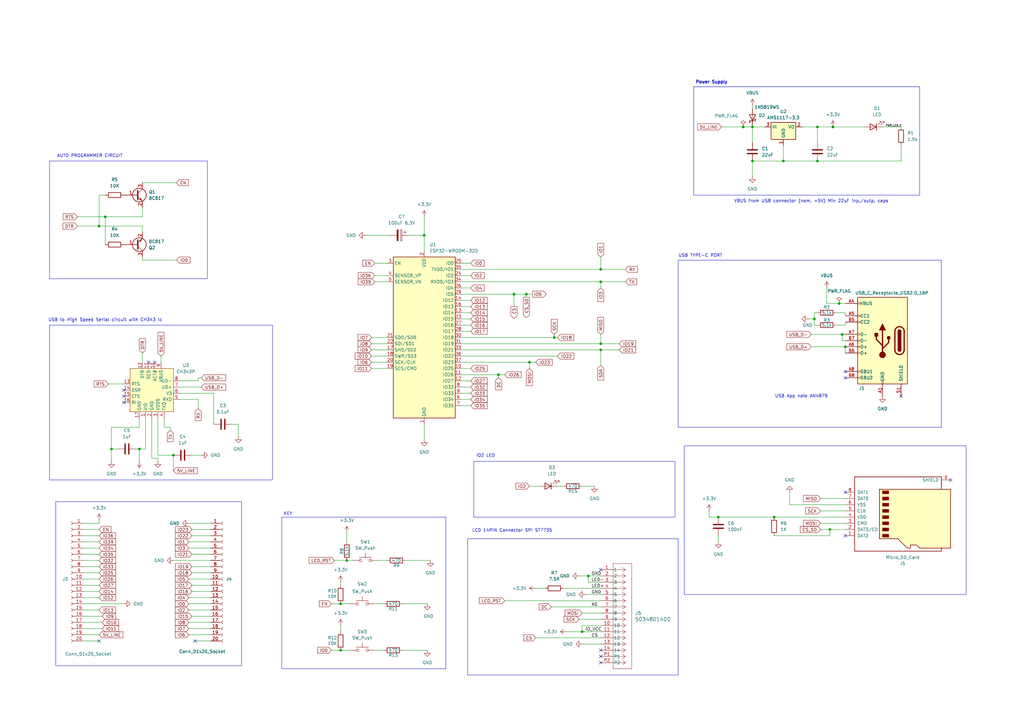
<source format=kicad_sch>
(kicad_sch (version 20231120) (generator "eeschema") (generator_version "8.0")
  (paper "A3")
  (lib_symbols
    (symbol "2024-07-18_18-58-23:5034801400" (pin_names (offset 0.254))
      (property "Reference" "J6" (at 13.97 -17.7799 0))
      (property "Value" "5034801400" (at 13.97 -20.3199 0))
      (symbol "5034801400_1_1"
        (pin input line (at 0 0 0) (length 5.08) (name "1") (number "1"))
        (pin input line (at 0 -22.86 0) (length 5.08) (name "10") (number "10"))
        (pin input line (at 0 -25.4 0) (length 5.08) (name "11") (number "11"))
        (pin input line (at 0 -27.94 0) (length 5.08) (name "12") (number "12"))
        (pin input line (at 0 -30.48 0) (length 5.08) (name "13") (number "13"))
        (pin input line (at 0 -33.02 0) (length 5.08) (name "14") (number "14"))
        (pin input line (at 0 -2.54 0) (length 5.08) (name "2") (number "2"))
        (pin input line (at 0 -5.08 0) (length 5.08) (name "3") (number "3"))
        (pin input line (at 0 -7.62 0) (length 5.08) (name "4") (number "4"))
        (pin input line (at 0 -10.16 0) (length 5.08) (name "5") (number "5"))
        (pin input line (at 0 -12.7 0) (length 5.08) (name "6") (number "6"))
        (pin input line (at 0 -15.24 0) (length 5.08) (name "7") (number "7"))
        (pin input line (at 0 -17.78 0) (length 5.08) (name "8") (number "8"))
        (pin input line (at 0 -20.32 0) (length 5.08) (name "9") (number "9"))
        (pin input line (at 0 -35.56 0) (length 5.08) (name "P1") (number "P1"))
        (pin input line (at 0 -38.1 0) (length 5.08) (name "P2") (number "P2"))
      )
      (symbol "5034801400_1_2"
        (pin unspecified line (at 0 0 0) (length 5.08) (name "1") (number "1"))
        (pin unspecified line (at 0 -22.86 0) (length 5.08) (name "10") (number "10"))
        (pin unspecified line (at 0 -25.4 0) (length 5.08) (name "11") (number "11"))
        (pin unspecified line (at 0 -27.94 0) (length 5.08) (name "12") (number "12"))
        (pin unspecified line (at 0 -30.48 0) (length 5.08) (name "13") (number "13"))
        (pin unspecified line (at 0 -33.02 0) (length 5.08) (name "14") (number "14"))
        (pin unspecified line (at 0 -2.54 0) (length 5.08) (name "2") (number "2"))
        (pin unspecified line (at 0 -5.08 0) (length 5.08) (name "3") (number "3"))
        (pin unspecified line (at 0 -7.62 0) (length 5.08) (name "4") (number "4"))
        (pin unspecified line (at 0 -10.16 0) (length 5.08) (name "5") (number "5"))
        (pin unspecified line (at 0 -12.7 0) (length 5.08) (name "6") (number "6"))
        (pin unspecified line (at 0 -15.24 0) (length 5.08) (name "7") (number "7"))
        (pin unspecified line (at 0 -17.78 0) (length 5.08) (name "8") (number "8"))
        (pin unspecified line (at 0 -20.32 0) (length 5.08) (name "9") (number "9"))
        (pin unspecified line (at 0 -35.56 0) (length 5.08) (name "P1") (number "P1"))
        (pin unspecified line (at 0 -38.1 0) (length 5.08) (name "P2") (number "P2"))
      )
    )
    (symbol "Connector:Conn_01x20_Socket" (pin_names (offset 1.016) hide)
      (property "Reference" "J" (at 0 25.4 0))
      (property "Value" "Conn_01x20_Socket" (at 0 -27.94 0))
      (symbol "Conn_01x20_Socket_1_1"
        (pin passive line (at -5.08 22.86 0) (length 3.81) (name "Pin_1") (number "1"))
        (pin passive line (at -5.08 0 0) (length 3.81) (name "Pin_10") (number "10"))
        (pin passive line (at -5.08 -2.54 0) (length 3.81) (name "Pin_11") (number "11"))
        (pin passive line (at -5.08 -5.08 0) (length 3.81) (name "Pin_12") (number "12"))
        (pin passive line (at -5.08 -7.62 0) (length 3.81) (name "Pin_13") (number "13"))
        (pin passive line (at -5.08 -10.16 0) (length 3.81) (name "Pin_14") (number "14"))
        (pin passive line (at -5.08 -12.7 0) (length 3.81) (name "Pin_15") (number "15"))
        (pin passive line (at -5.08 -15.24 0) (length 3.81) (name "Pin_16") (number "16"))
        (pin passive line (at -5.08 -17.78 0) (length 3.81) (name "Pin_17") (number "17"))
        (pin passive line (at -5.08 -20.32 0) (length 3.81) (name "Pin_18") (number "18"))
        (pin passive line (at -5.08 -22.86 0) (length 3.81) (name "Pin_19") (number "19"))
        (pin passive line (at -5.08 20.32 0) (length 3.81) (name "Pin_2") (number "2"))
        (pin passive line (at -5.08 -25.4 0) (length 3.81) (name "Pin_20") (number "20"))
        (pin passive line (at -5.08 17.78 0) (length 3.81) (name "Pin_3") (number "3"))
        (pin passive line (at -5.08 15.24 0) (length 3.81) (name "Pin_4") (number "4"))
        (pin passive line (at -5.08 12.7 0) (length 3.81) (name "Pin_5") (number "5"))
        (pin passive line (at -5.08 10.16 0) (length 3.81) (name "Pin_6") (number "6"))
        (pin passive line (at -5.08 7.62 0) (length 3.81) (name "Pin_7") (number "7"))
        (pin passive line (at -5.08 5.08 0) (length 3.81) (name "Pin_8") (number "8"))
        (pin passive line (at -5.08 2.54 0) (length 3.81) (name "Pin_9") (number "9"))
      )
    )
    (symbol "Connector:Micro_SD_Card" (pin_names (offset 1.016))
      (property "Reference" "J" (at -16.51 15.24 0))
      (property "Value" "Micro_SD_Card" (at 16.51 15.24 0))
      (symbol "Micro_SD_Card_1_1"
        (pin bidirectional line (at -22.86 7.62 0) (length 3.81) (name "DAT2") (number "1"))
        (pin bidirectional line (at -22.86 5.08 0) (length 3.81) (name "DAT3/CD") (number "2"))
        (pin input line (at -22.86 2.54 0) (length 3.81) (name "CMD") (number "3"))
        (pin power_in line (at -22.86 0 0) (length 3.81) (name "VDD") (number "4"))
        (pin input line (at -22.86 -2.54 0) (length 3.81) (name "CLK") (number "5"))
        (pin power_in line (at -22.86 -5.08 0) (length 3.81) (name "VSS") (number "6"))
        (pin bidirectional line (at -22.86 -7.62 0) (length 3.81) (name "DAT0") (number "7"))
        (pin bidirectional line (at -22.86 -10.16 0) (length 3.81) (name "DAT1") (number "8"))
        (pin passive line (at 20.32 -15.24 180) (length 3.81) (name "SHIELD") (number "9"))
      )
    )
    (symbol "Connector:USB_C_Receptacle_USB2.0_16P" (pin_names (offset 1.016))
      (property "Reference" "J" (at 0 22.225 0))
      (property "Value" "USB_C_Receptacle_USB2.0_16P" (at 0 19.685 0))
      (symbol "USB_C_Receptacle_USB2.0_16P_1_1"
        (pin passive line (at 0 -22.86 90) (length 5.08) (name "GND") (number "A1"))
        (pin passive line (at 0 -22.86 90) (length 5.08) hide (name "GND") (number "A12"))
        (pin passive line (at 15.24 15.24 180) (length 5.08) (name "VBUS") (number "A4"))
        (pin bidirectional line (at 15.24 10.16 180) (length 5.08) (name "CC1") (number "A5"))
        (pin bidirectional line (at 15.24 -2.54 180) (length 5.08) (name "D+") (number "A6"))
        (pin bidirectional line (at 15.24 2.54 180) (length 5.08) (name "D-") (number "A7"))
        (pin bidirectional line (at 15.24 -12.7 180) (length 5.08) (name "SBU1") (number "A8"))
        (pin passive line (at 15.24 15.24 180) (length 5.08) hide (name "VBUS") (number "A9"))
        (pin passive line (at 0 -22.86 90) (length 5.08) hide (name "GND") (number "B1"))
        (pin passive line (at 0 -22.86 90) (length 5.08) hide (name "GND") (number "B12"))
        (pin passive line (at 15.24 15.24 180) (length 5.08) hide (name "VBUS") (number "B4"))
        (pin bidirectional line (at 15.24 7.62 180) (length 5.08) (name "CC2") (number "B5"))
        (pin bidirectional line (at 15.24 -5.08 180) (length 5.08) (name "D+") (number "B6"))
        (pin bidirectional line (at 15.24 0 180) (length 5.08) (name "D-") (number "B7"))
        (pin bidirectional line (at 15.24 -15.24 180) (length 5.08) (name "SBU2") (number "B8"))
        (pin passive line (at 15.24 15.24 180) (length 5.08) hide (name "VBUS") (number "B9"))
        (pin passive line (at -7.62 -22.86 90) (length 5.08) (name "SHIELD") (number "S1"))
      )
    )
    (symbol "Device:C" (pin_numbers hide) (pin_names (offset 0.254))
      (property "Reference" "C" (at 0.635 2.54 0))
      (property "Value" "C" (at 0.635 -2.54 0))
      (symbol "C_1_1"
        (pin passive line (at 0 3.81 270) (length 2.794) (name "~") (number "1"))
        (pin passive line (at 0 -3.81 90) (length 2.794) (name "~") (number "2"))
      )
    )
    (symbol "Device:C_Polarized" (pin_numbers hide) (pin_names (offset 0.254))
      (property "Reference" "C" (at 0.635 2.54 0))
      (property "Value" "C_Polarized" (at 0.635 -2.54 0))
      (symbol "C_Polarized_1_1"
        (pin passive line (at 0 3.81 270) (length 2.794) (name "~") (number "1"))
        (pin passive line (at 0 -3.81 90) (length 2.794) (name "~") (number "2"))
      )
    )
    (symbol "Device:LED" (pin_numbers hide) (pin_names (offset 1.016) hide)
      (property "Reference" "D" (at 0 2.54 0))
      (property "Value" "LED" (at 0 -2.54 0))
      (symbol "LED_1_1"
        (pin passive line (at -3.81 0 0) (length 2.54) (name "K") (number "1"))
        (pin passive line (at 3.81 0 180) (length 2.54) (name "A") (number "2"))
      )
    )
    (symbol "Device:R" (pin_numbers hide) (pin_names (offset 0))
      (property "Reference" "R" (at 2.032 0 90))
      (property "Value" "R" (at 0 0 90))
      (symbol "R_1_1"
        (pin passive line (at 0 3.81 270) (length 1.27) (name "~") (number "1"))
        (pin passive line (at 0 -3.81 90) (length 1.27) (name "~") (number "2"))
      )
    )
    (symbol "Diode:1N5819WS" (pin_numbers hide) (pin_names (offset 1.016) hide)
      (property "Reference" "D" (at 0 2.54 0))
      (property "Value" "1N5819WS" (at 0 -2.54 0))
      (symbol "1N5819WS_1_1"
        (pin passive line (at -3.81 0 0) (length 2.54) (name "K") (number "1"))
        (pin passive line (at 3.81 0 180) (length 2.54) (name "A") (number "2"))
      )
    )
    (symbol "RF_Module:ESP32-WROOM-32D"
      (property "Reference" "U" (at -12.7 34.29 0))
      (property "Value" "ESP32-WROOM-32D" (at 1.27 34.29 0))
      (symbol "ESP32-WROOM-32D_1_1"
        (pin power_in line (at 0 -35.56 90) (length 2.54) (name "GND") (number "1"))
        (pin bidirectional line (at 15.24 -12.7 180) (length 2.54) (name "IO25") (number "10"))
        (pin bidirectional line (at 15.24 -15.24 180) (length 2.54) (name "IO26") (number "11"))
        (pin bidirectional line (at 15.24 -17.78 180) (length 2.54) (name "IO27") (number "12"))
        (pin bidirectional line (at 15.24 10.16 180) (length 2.54) (name "IO14") (number "13"))
        (pin bidirectional line (at 15.24 15.24 180) (length 2.54) (name "IO12") (number "14"))
        (pin passive line (at 0 -35.56 90) (length 2.54) hide (name "GND") (number "15"))
        (pin bidirectional line (at 15.24 12.7 180) (length 2.54) (name "IO13") (number "16"))
        (pin bidirectional line (at -15.24 -5.08 0) (length 2.54) (name "SHD/SD2") (number "17"))
        (pin bidirectional line (at -15.24 -7.62 0) (length 2.54) (name "SWP/SD3") (number "18"))
        (pin bidirectional line (at -15.24 -12.7 0) (length 2.54) (name "SCS/CMD") (number "19"))
        (pin power_in line (at 0 35.56 270) (length 2.54) (name "VDD") (number "2"))
        (pin bidirectional line (at -15.24 -10.16 0) (length 2.54) (name "SCK/CLK") (number "20"))
        (pin bidirectional line (at -15.24 0 0) (length 2.54) (name "SDO/SD0") (number "21"))
        (pin bidirectional line (at -15.24 -2.54 0) (length 2.54) (name "SDI/SD1") (number "22"))
        (pin bidirectional line (at 15.24 7.62 180) (length 2.54) (name "IO15") (number "23"))
        (pin bidirectional line (at 15.24 25.4 180) (length 2.54) (name "IO2") (number "24"))
        (pin bidirectional line (at 15.24 30.48 180) (length 2.54) (name "IO0") (number "25"))
        (pin bidirectional line (at 15.24 20.32 180) (length 2.54) (name "IO4") (number "26"))
        (pin bidirectional line (at 15.24 5.08 180) (length 2.54) (name "IO16") (number "27"))
        (pin bidirectional line (at 15.24 2.54 180) (length 2.54) (name "IO17") (number "28"))
        (pin bidirectional line (at 15.24 17.78 180) (length 2.54) (name "IO5") (number "29"))
        (pin input line (at -15.24 30.48 0) (length 2.54) (name "EN") (number "3"))
        (pin bidirectional line (at 15.24 0 180) (length 2.54) (name "IO18") (number "30"))
        (pin bidirectional line (at 15.24 -2.54 180) (length 2.54) (name "IO19") (number "31"))
        (pin no_connect line (at -12.7 -27.94 0) (length 2.54) hide (name "NC") (number "32"))
        (pin bidirectional line (at 15.24 -5.08 180) (length 2.54) (name "IO21") (number "33"))
        (pin bidirectional line (at 15.24 22.86 180) (length 2.54) (name "RXD0/IO3") (number "34"))
        (pin bidirectional line (at 15.24 27.94 180) (length 2.54) (name "TXD0/IO1") (number "35"))
        (pin bidirectional line (at 15.24 -7.62 180) (length 2.54) (name "IO22") (number "36"))
        (pin bidirectional line (at 15.24 -10.16 180) (length 2.54) (name "IO23") (number "37"))
        (pin passive line (at 0 -35.56 90) (length 2.54) hide (name "GND") (number "38"))
        (pin passive line (at 0 -35.56 90) (length 2.54) hide (name "GND") (number "39"))
        (pin input line (at -15.24 25.4 0) (length 2.54) (name "SENSOR_VP") (number "4"))
        (pin input line (at -15.24 22.86 0) (length 2.54) (name "SENSOR_VN") (number "5"))
        (pin input line (at 15.24 -25.4 180) (length 2.54) (name "IO34") (number "6"))
        (pin input line (at 15.24 -27.94 180) (length 2.54) (name "IO35") (number "7"))
        (pin bidirectional line (at 15.24 -20.32 180) (length 2.54) (name "IO32") (number "8"))
        (pin bidirectional line (at 15.24 -22.86 180) (length 2.54) (name "IO33") (number "9"))
      )
    )
    (symbol "Regulator_Linear:AMS1117-3.3"
      (property "Reference" "U" (at -3.81 3.175 0))
      (property "Value" "AMS1117-3.3" (at 0 3.175 0))
      (symbol "AMS1117-3.3_1_1"
        (pin power_in line (at 0 -7.62 90) (length 2.54) (name "GND") (number "1"))
        (pin power_out line (at 7.62 0 180) (length 2.54) (name "VO") (number "2"))
        (pin power_in line (at -7.62 0 0) (length 2.54) (name "VI") (number "3"))
      )
    )
    (symbol "Switch:SW_Push" (pin_numbers hide) (pin_names (offset 1.016) hide)
      (property "Reference" "SW" (at 1.27 2.54 0))
      (property "Value" "SW_Push" (at 0 -1.524 0))
      (symbol "SW_Push_0_1"
        (pin passive line (at -5.08 0 0) (length 2.54) (name "1") (number "1"))
        (pin passive line (at 5.08 0 180) (length 2.54) (name "2") (number "2"))
      )
    )
    (symbol "Transistor_BJT:BC817" (pin_names (offset 0) hide)
      (property "Reference" "Q" (at 5.08 1.905 0))
      (property "Value" "BC817" (at 5.08 0 0))
      (symbol "BC817_1_1"
        (pin input line (at -5.08 0 0) (length 5.715) (name "B") (number "1"))
        (pin passive line (at 2.54 -5.08 90) (length 2.54) (name "E") (number "2"))
        (pin passive line (at 2.54 5.08 270) (length 2.54) (name "C") (number "3"))
      )
    )
    (symbol "power:+3.3V" (power) (pin_numbers hide) (pin_names (offset 0) hide)
      (property "Value" "+3.3V" (at 0 3.556 0))
      (symbol "+3.3V_1_1"
        (pin power_in line (at 0 0 90) (length 0) (name "~") (number "1"))
      )
    )
    (symbol "power:GND" (power) (pin_numbers hide) (pin_names (offset 0) hide)
      (property "Value" "GND" (at 0 -3.81 0))
      (symbol "GND_1_1"
        (pin power_in line (at 0 0 270) (length 0) (name "~") (number "1"))
      )
    )
    (symbol "power:PWR_FLAG" (power) (pin_numbers hide) (pin_names (offset 0) hide)
      (property "Value" "PWR_FLAG" (at 0 3.81 0))
      (symbol "PWR_FLAG_0_0"
        (pin power_out line (at 0 0 90) (length 0) (name "~") (number "1"))
      )
    )
    (symbol "power:VBUS" (power) (pin_numbers hide) (pin_names (offset 0) hide)
      (property "Value" "VBUS" (at 0 3.556 0))
      (symbol "VBUS_1_1"
        (pin power_in line (at 0 0 90) (length 0) (name "~") (number "1"))
      )
    )
    (symbol "power:VCC" (power) (pin_numbers hide) (pin_names (offset 0) hide)
      (property "Value" "VCC" (at 0 3.556 0))
      (symbol "VCC_1_1"
        (pin power_in line (at 0 0 90) (length 0) (name "~") (number "1"))
      )
    )
    (symbol "wch_mcu_peripheral:CH343P"
      (property "Reference" "U" (at 3.81 -19.05 0))
      (property "Value" "CH343P" (at -1.27 -19.05 0))
      (symbol "CH343P_1_1"
        (pin passive line (at -2.54 -11.43 90) (length 2.54) (name "VIO") (number "1"))
        (pin passive line (at 1.27 11.43 270) (length 2.54) (name "ACT#") (number "10"))
        (pin passive line (at -1.27 11.43 270) (length 2.54) (name "DCD") (number "11"))
        (pin passive line (at -3.81 11.43 270) (length 2.54) (name "DTR") (number "12"))
        (pin passive line (at -11.43 2.54 0) (length 2.54) (name "RTS") (number "13"))
        (pin passive line (at -11.43 0 0) (length 2.54) (name "DSR") (number "14"))
        (pin passive line (at -11.43 -2.54 0) (length 2.54) (name "CTS") (number "15"))
        (pin passive line (at -11.43 -5.08 0) (length 2.54) (name "RI") (number "16"))
        (pin power_in line (at -5.08 -11.43 90) (length 2.54) (name "GND") (number "17"))
        (pin power_in line (at 0 -11.43 90) (length 2.54) (name "GND") (number "2"))
        (pin power_in line (at 2.54 -11.43 90) (length 2.54) (name "VDD5") (number "3"))
        (pin output line (at 5.08 -11.43 90) (length 2.54) (name "TXD") (number "4"))
        (pin input line (at 11.43 -3.81 180) (length 2.54) (name "RXD") (number "5"))
        (pin passive line (at 11.43 -1.27 180) (length 2.54) (name "V3") (number "6"))
        (pin bidirectional line (at 11.43 1.27 180) (length 2.54) (name "UD+") (number "7"))
        (pin bidirectional line (at 11.43 3.81 180) (length 2.54) (name "UD-") (number "8"))
        (pin power_in line (at 3.81 11.43 270) (length 2.54) (name "VBUS") (number "9"))
      )
    )
  )
  (junction (at 246.38 110.49))
  (junction (at 335.28 66.04))
  (junction (at 71.12 186.69))
  (junction (at 227.33 138.43))
  (junction (at 246.38 140.97))
  (junction (at 304.8 52.07))
  (junction (at 246.38 143.51))
  (junction (at 345.44 137.16))
  (junction (at 57.15 184.15))
  (junction (at 340.36 217.17))
  (junction (at 308.61 52.07))
  (junction (at 139.7 247.65))
  (junction (at 317.5 212.09))
  (junction (at 43.18 88.9))
  (junction (at 45.72 184.15))
  (junction (at 308.61 66.04))
  (junction (at 215.9 120.65))
  (junction (at 204.47 153.67))
  (junction (at 173.99 96.52))
  (junction (at 341.63 52.07))
  (junction (at 346.71 142.24))
  (junction (at 241.3 236.22))
  (junction (at 321.31 66.04))
  (junction (at 246.38 115.57))
  (junction (at 334.01 130.81))
  (junction (at 139.7 266.7))
  (junction (at 142.24 229.87))
  (junction (at 294.64 212.09))
  (junction (at 210.82 120.65))
  (junction (at 40.64 92.71))
  (junction (at 344.17 124.46))
  (junction (at 217.17 148.59))
  (junction (at 238.76 259.08))
  (junction (at 335.28 52.07))
  (no_connect (at 50.8 165.1))
  (no_connect (at 246.38 269.24))
  (no_connect (at 60.96 148.59))
  (no_connect (at 246.38 266.7))
  (no_connect (at 346.71 201.93))
  (no_connect (at 346.71 152.4))
  (no_connect (at 50.8 162.56))
  (no_connect (at 80.01 262.89))
  (no_connect (at 346.71 154.94))
  (no_connect (at 50.8 160.02))
  (no_connect (at 346.71 219.71))
  (no_connect (at 389.89 196.85))
  (no_connect (at 369.57 162.56))
  (no_connect (at 246.38 271.78))
  (no_connect (at 40.64 262.89))
  (no_connect (at 63.5 148.59))
  (no_connect (at 246.38 233.68))
  (wire (pts (xy 317.5 212.09) (xy 294.64 212.09)))
  (wire (pts (xy 246.38 149.86) (xy 246.38 143.51)))
  (wire (pts (xy 321.31 66.04) (xy 335.28 66.04)))
  (wire (pts (xy 204.47 154.94) (xy 204.47 153.67)))
  (wire (pts (xy 246.38 140.97) (xy 254 140.97)))
  (wire (pts (xy 77.47 255.27) (xy 86.36 255.27)))
  (wire (pts (xy 317.5 212.09) (xy 346.71 212.09)))
  (wire (pts (xy 57.15 175.26) (xy 57.15 171.45)))
  (wire (pts (xy 323.85 207.01) (xy 346.71 207.01)))
  (wire (pts (xy 34.29 224.79) (xy 40.64 224.79)))
  (wire (pts (xy 31.75 92.71) (xy 40.64 92.71)))
  (wire (pts (xy 342.9 133.35) (xy 346.71 133.35)))
  (wire (pts (xy 77.47 245.11) (xy 86.36 245.11)))
  (wire (pts (xy 152.4 138.43) (xy 158.75 138.43)))
  (wire (pts (xy 34.29 237.49) (xy 40.64 237.49)))
  (wire (pts (xy 58.42 74.93) (xy 72.39 74.93)))
  (wire (pts (xy 215.9 121.92) (xy 215.9 120.65)))
  (wire (pts (xy 45.72 184.15) (xy 48.26 184.15)))
  (wire (pts (xy 328.93 52.07) (xy 335.28 52.07)))
  (wire (pts (xy 331.47 130.81) (xy 334.01 130.81)))
  (wire (pts (xy 173.99 173.99) (xy 173.99 180.34)))
  (wire (pts (xy 189.23 158.75) (xy 193.04 158.75)))
  (wire (pts (xy 81.28 154.94) (xy 82.55 154.94)))
  (wire (pts (xy 334.01 128.27) (xy 335.28 128.27)))
  (wire (pts (xy 189.23 140.97) (xy 246.38 140.97)))
  (wire (pts (xy 71.12 186.69) (xy 64.77 186.69)))
  (wire (pts (xy 226.06 248.92) (xy 246.38 248.92)))
  (wire (pts (xy 142.24 218.44) (xy 142.24 222.25)))
  (wire (pts (xy 34.29 214.63) (xy 40.64 214.63)))
  (wire (pts (xy 340.36 217.17) (xy 346.71 217.17)))
  (wire (pts (xy 361.95 52.07) (xy 369.57 52.07)))
  (wire (pts (xy 189.23 113.03) (xy 193.04 113.03)))
  (wire (pts (xy 295.91 52.07) (xy 304.8 52.07)))
  (wire (pts (xy 189.23 151.13) (xy 193.04 151.13)))
  (wire (pts (xy 215.9 120.65) (xy 218.44 120.65)))
  (wire (pts (xy 55.88 184.15) (xy 57.15 184.15)))
  (wire (pts (xy 34.29 250.19) (xy 40.64 250.19)))
  (wire (pts (xy 58.42 95.25) (xy 58.42 92.71)))
  (wire (pts (xy 34.29 219.71) (xy 40.64 219.71)))
  (wire (pts (xy 246.38 137.16) (xy 246.38 140.97)))
  (wire (pts (xy 95.25 173.99) (xy 97.79 173.99)))
  (wire (pts (xy 189.23 163.83) (xy 193.04 163.83)))
  (wire (pts (xy 238.76 256.54) (xy 238.76 259.08)))
  (wire (pts (xy 152.4 151.13) (xy 158.75 151.13)))
  (wire (pts (xy 189.23 125.73) (xy 193.04 125.73)))
  (wire (pts (xy 219.71 261.62) (xy 246.38 261.62)))
  (wire (pts (xy 45.72 184.15) (xy 45.72 189.23)))
  (wire (pts (xy 77.47 224.79) (xy 86.36 224.79)))
  (wire (pts (xy 64.77 187.96) (xy 62.23 187.96)))
  (wire (pts (xy 139.7 266.7) (xy 143.51 266.7)))
  (wire (pts (xy 246.38 115.57) (xy 256.54 115.57)))
  (wire (pts (xy 323.85 201.93) (xy 323.85 207.01)))
  (wire (pts (xy 240.03 243.84) (xy 246.38 243.84)))
  (wire (pts (xy 173.99 96.52) (xy 173.99 102.87)))
  (wire (pts (xy 45.72 175.26) (xy 45.72 184.15)))
  (wire (pts (xy 34.29 240.03) (xy 40.64 240.03)))
  (wire (pts (xy 135.89 247.65) (xy 139.7 247.65)))
  (wire (pts (xy 135.89 266.7) (xy 139.7 266.7)))
  (wire (pts (xy 77.47 214.63) (xy 86.36 214.63)))
  (wire (pts (xy 294.64 222.25) (xy 294.64 219.71)))
  (wire (pts (xy 77.47 260.35) (xy 86.36 260.35)))
  (wire (pts (xy 77.47 222.25) (xy 86.36 222.25)))
  (wire (pts (xy 189.23 143.51) (xy 246.38 143.51)))
  (wire (pts (xy 78.74 219.71) (xy 86.36 219.71)))
  (wire (pts (xy 317.5 219.71) (xy 340.36 219.71)))
  (wire (pts (xy 237.49 254) (xy 246.38 254)))
  (wire (pts (xy 231.14 241.3) (xy 246.38 241.3)))
  (wire (pts (xy 81.28 156.21) (xy 73.66 156.21)))
  (wire (pts (xy 77.47 257.81) (xy 86.36 257.81)))
  (wire (pts (xy 308.61 52.07) (xy 313.69 52.07)))
  (wire (pts (xy 58.42 144.78) (xy 58.42 148.59)))
  (wire (pts (xy 336.55 204.47) (xy 346.71 204.47)))
  (wire (pts (xy 336.55 217.17) (xy 340.36 217.17)))
  (wire (pts (xy 238.76 259.08) (xy 246.38 259.08)))
  (wire (pts (xy 339.09 118.11) (xy 339.09 124.46)))
  (wire (pts (xy 34.29 252.73) (xy 41.91 252.73)))
  (wire (pts (xy 80.01 262.89) (xy 86.36 262.89)))
  (wire (pts (xy 241.3 238.76) (xy 241.3 236.22)))
  (wire (pts (xy 238.76 251.46) (xy 246.38 251.46)))
  (wire (pts (xy 167.64 96.52) (xy 173.99 96.52)))
  (wire (pts (xy 219.71 241.3) (xy 223.52 241.3)))
  (wire (pts (xy 45.72 175.26) (xy 57.15 175.26)))
  (wire (pts (xy 308.61 52.07) (xy 308.61 58.42)))
  (wire (pts (xy 294.64 212.09) (xy 290.83 212.09)))
  (wire (pts (xy 189.23 161.29) (xy 193.04 161.29)))
  (wire (pts (xy 153.67 107.95) (xy 158.75 107.95)))
  (wire (pts (xy 189.23 166.37) (xy 193.04 166.37)))
  (wire (pts (xy 346.71 128.27) (xy 346.71 129.54)))
  (wire (pts (xy 246.38 105.41) (xy 246.38 110.49)))
  (wire (pts (xy 78.74 227.33) (xy 86.36 227.33)))
  (wire (pts (xy 189.23 110.49) (xy 246.38 110.49)))
  (wire (pts (xy 334.01 128.27) (xy 334.01 130.81)))
  (wire (pts (xy 344.17 124.46) (xy 346.71 124.46)))
  (wire (pts (xy 290.83 209.55) (xy 290.83 212.09)))
  (wire (pts (xy 78.74 234.95) (xy 86.36 234.95)))
  (wire (pts (xy 369.57 66.04) (xy 369.57 59.69)))
  (wire (pts (xy 189.23 123.19) (xy 193.04 123.19)))
  (wire (pts (xy 342.9 128.27) (xy 346.71 128.27)))
  (wire (pts (xy 157.48 266.7) (xy 153.67 266.7)))
  (wire (pts (xy 57.15 184.15) (xy 59.69 184.15)))
  (wire (pts (xy 189.23 138.43) (xy 227.33 138.43)))
  (wire (pts (xy 71.12 229.87) (xy 86.36 229.87)))
  (wire (pts (xy 339.09 124.46) (xy 344.17 124.46)))
  (wire (pts (xy 165.1 247.65) (xy 175.26 247.65)))
  (wire (pts (xy 58.42 105.41) (xy 58.42 106.68)))
  (wire (pts (xy 210.82 125.73) (xy 210.82 120.65)))
  (wire (pts (xy 189.23 115.57) (xy 246.38 115.57)))
  (wire (pts (xy 335.28 52.07) (xy 335.28 58.42)))
  (wire (pts (xy 59.69 171.45) (xy 59.69 184.15)))
  (wire (pts (xy 335.28 66.04) (xy 369.57 66.04)))
  (wire (pts (xy 149.86 96.52) (xy 160.02 96.52)))
  (wire (pts (xy 304.8 52.07) (xy 308.61 52.07)))
  (wire (pts (xy 87.63 161.29) (xy 87.63 173.99)))
  (wire (pts (xy 78.74 252.73) (xy 86.36 252.73)))
  (wire (pts (xy 69.85 175.26) (xy 67.31 175.26)))
  (wire (pts (xy 166.37 229.87) (xy 176.53 229.87)))
  (wire (pts (xy 34.29 247.65) (xy 50.8 247.65)))
  (wire (pts (xy 81.28 154.94) (xy 81.28 156.21)))
  (wire (pts (xy 217.17 151.13) (xy 217.17 148.59)))
  (wire (pts (xy 69.85 175.26) (xy 69.85 176.53)))
  (wire (pts (xy 189.23 133.35) (xy 193.04 133.35)))
  (wire (pts (xy 345.44 137.16) (xy 346.71 137.16)))
  (wire (pts (xy 34.29 234.95) (xy 40.64 234.95)))
  (wire (pts (xy 77.47 250.19) (xy 86.36 250.19)))
  (wire (pts (xy 157.48 247.65) (xy 153.67 247.65)))
  (wire (pts (xy 165.1 266.7) (xy 175.26 266.7)))
  (wire (pts (xy 57.15 184.15) (xy 57.15 189.23)))
  (wire (pts (xy 173.99 88.9) (xy 173.99 96.52)))
  (wire (pts (xy 139.7 256.54) (xy 139.7 259.08)))
  (wire (pts (xy 189.23 118.11) (xy 193.04 118.11)))
  (wire (pts (xy 66.04 146.05) (xy 66.04 148.59)))
  (wire (pts (xy 34.29 257.81) (xy 41.91 257.81)))
  (wire (pts (xy 332.74 142.24) (xy 346.71 142.24)))
  (wire (pts (xy 227.33 137.16) (xy 227.33 138.43)))
  (wire (pts (xy 142.24 229.87) (xy 144.78 229.87)))
  (wire (pts (xy 78.74 217.17) (xy 86.36 217.17)))
  (wire (pts (xy 64.77 171.45) (xy 64.77 186.69)))
  (wire (pts (xy 31.75 88.9) (xy 43.18 88.9)))
  (wire (pts (xy 43.18 80.01) (xy 40.64 80.01)))
  (wire (pts (xy 34.29 222.25) (xy 40.64 222.25)))
  (wire (pts (xy 67.31 175.26) (xy 67.31 171.45)))
  (wire (pts (xy 346.71 133.35) (xy 346.71 132.08)))
  (wire (pts (xy 34.29 242.57) (xy 40.64 242.57)))
  (wire (pts (xy 78.74 240.03) (xy 86.36 240.03)))
  (wire (pts (xy 152.4 148.59) (xy 158.75 148.59)))
  (wire (pts (xy 153.67 113.03) (xy 158.75 113.03)))
  (wire (pts (xy 210.82 120.65) (xy 215.9 120.65)))
  (wire (pts (xy 336.55 214.63) (xy 346.71 214.63)))
  (wire (pts (xy 231.14 199.39) (xy 228.6 199.39)))
  (wire (pts (xy 34.29 255.27) (xy 41.91 255.27)))
  (wire (pts (xy 246.38 238.76) (xy 241.3 238.76)))
  (wire (pts (xy 346.71 139.7) (xy 345.44 139.7)))
  (wire (pts (xy 152.4 143.51) (xy 158.75 143.51)))
  (wire (pts (xy 189.23 128.27) (xy 193.04 128.27)))
  (wire (pts (xy 189.23 135.89) (xy 193.04 135.89)))
  (wire (pts (xy 241.3 236.22) (xy 246.38 236.22)))
  (wire (pts (xy 34.29 227.33) (xy 40.64 227.33)))
  (wire (pts (xy 152.4 146.05) (xy 158.75 146.05)))
  (wire (pts (xy 34.29 229.87) (xy 40.64 229.87)))
  (wire (pts (xy 189.23 130.81) (xy 193.04 130.81)))
  (wire (pts (xy 34.29 260.35) (xy 40.64 260.35)))
  (wire (pts (xy 246.38 143.51) (xy 254 143.51)))
  (wire (pts (xy 137.16 229.87) (xy 142.24 229.87)))
  (wire (pts (xy 243.84 199.39) (xy 238.76 199.39)))
  (wire (pts (xy 43.18 88.9) (xy 43.18 100.33)))
  (wire (pts (xy 40.64 80.01) (xy 40.64 92.71)))
  (wire (pts (xy 64.77 187.96) (xy 64.77 189.23)))
  (wire (pts (xy 204.47 153.67) (xy 207.01 153.67)))
  (wire (pts (xy 78.74 242.57) (xy 86.36 242.57)))
  (wire (pts (xy 34.29 245.11) (xy 40.64 245.11)))
  (wire (pts (xy 345.44 137.16) (xy 345.44 139.7)))
  (wire (pts (xy 308.61 66.04) (xy 308.61 72.39)))
  (wire (pts (xy 217.17 148.59) (xy 219.71 148.59)))
  (wire (pts (xy 152.4 140.97) (xy 158.75 140.97)))
  (wire (pts (xy 139.7 238.76) (xy 139.7 240.03)))
  (wire (pts (xy 227.33 138.43) (xy 228.6 138.43)))
  (wire (pts (xy 40.64 92.71) (xy 58.42 92.71)))
  (wire (pts (xy 207.01 246.38) (xy 246.38 246.38)))
  (wire (pts (xy 153.67 115.57) (xy 158.75 115.57)))
  (wire (pts (xy 335.28 52.07) (xy 341.63 52.07)))
  (wire (pts (xy 77.47 237.49) (xy 86.36 237.49)))
  (wire (pts (xy 139.7 247.65) (xy 143.51 247.65)))
  (wire (pts (xy 34.29 232.41) (xy 40.64 232.41)))
  (wire (pts (xy 58.42 85.09) (xy 58.42 88.9)))
  (wire (pts (xy 336.55 209.55) (xy 346.71 209.55)))
  (wire (pts (xy 189.23 107.95) (xy 193.04 107.95)))
  (wire (pts (xy 189.23 120.65) (xy 210.82 120.65)))
  (wire (pts (xy 97.79 173.99) (xy 97.79 179.07)))
  (wire (pts (xy 71.12 186.69) (xy 71.12 193.04)))
  (wire (pts (xy 189.23 146.05) (xy 228.6 146.05)))
  (wire (pts (xy 78.74 232.41) (xy 86.36 232.41)))
  (wire (pts (xy 189.23 148.59) (xy 217.17 148.59)))
  (wire (pts (xy 340.36 217.17) (xy 340.36 219.71)))
  (wire (pts (xy 334.01 130.81) (xy 334.01 133.35)))
  (wire (pts (xy 238.76 264.16) (xy 246.38 264.16)))
  (wire (pts (xy 308.61 66.04) (xy 321.31 66.04)))
  (wire (pts (xy 341.63 52.07) (xy 354.33 52.07)))
  (wire (pts (xy 246.38 256.54) (xy 238.76 256.54)))
  (wire (pts (xy 246.38 110.49) (xy 256.54 110.49)))
  (wire (pts (xy 58.42 106.68) (xy 72.39 106.68)))
  (wire (pts (xy 77.47 247.65) (xy 86.36 247.65)))
  (wire (pts (xy 34.29 262.89) (xy 40.64 262.89)))
  (wire (pts (xy 246.38 115.57) (xy 246.38 118.11)))
  (wire (pts (xy 321.31 59.69) (xy 321.31 66.04)))
  (wire (pts (xy 346.71 142.24) (xy 346.71 144.78)))
  (wire (pts (xy 40.64 214.63) (xy 40.64 213.36)))
  (wire (pts (xy 308.61 43.18) (xy 308.61 44.45)))
  (wire (pts (xy 73.66 161.29) (xy 87.63 161.29)))
  (wire (pts (xy 43.18 88.9) (xy 58.42 88.9)))
  (wire (pts (xy 81.28 163.83) (xy 81.28 167.64)))
  (wire (pts (xy 78.74 186.69) (xy 82.55 186.69)))
  (wire (pts (xy 189.23 153.67) (xy 204.47 153.67)))
  (wire (pts (xy 332.74 137.16) (xy 345.44 137.16)))
  (wire (pts (xy 334.01 133.35) (xy 335.28 133.35)))
  (wire (pts (xy 237.49 236.22) (xy 241.3 236.22)))
  (wire (pts (xy 189.23 156.21) (xy 193.04 156.21)))
  (wire (pts (xy 81.28 163.83) (xy 73.66 163.83)))
  (wire (pts (xy 217.17 199.39) (xy 220.98 199.39)))
  (wire (pts (xy 34.29 217.17) (xy 40.64 217.17)))
  (wire (pts (xy 62.23 187.96) (xy 62.23 171.45)))
  (wire (pts (xy 73.66 158.75) (xy 82.55 158.75)))
  (wire (pts (xy 232.41 259.08) (xy 238.76 259.08)))
  (wire (pts (xy 158.75 229.87) (xy 154.94 229.87)))
  (wire (pts (xy 44.45 157.48) (xy 50.8 157.48)))
  (rectangle (start 20.32 133.35) (end 111.76 196.85))
  (rectangle (start 284.48 35.56) (end 377.19 80.01))
  (rectangle (start 278.13 106.68) (end 386.08 175.26))
  (rectangle (start 22.86 205.74) (end 99.06 273.05))
  (rectangle (start 194.31 189.23) (end 276.86 212.09))
  (rectangle (start 20.32 66.04) (end 85.09 114.3))
  (rectangle (start 280.67 182.88) (end 396.24 243.84))
  (rectangle (start 115.57 212.09) (end 182.88 274.32))
  (rectangle (start 191.77 220.98) (end 278.13 276.86))
  (text "LCD 14PIN Connector SPI ST7735" (at 210.058 217.678 0) (effects (font (size 1.27 1.27))))
  (text "KEY\n" (at 118.11 210.82 0) (effects (font (size 1.27 1.27))))
  (text "IO2 LED\n" (at 199.136 186.944 0) (effects (font (size 1.27 1.27))))
  (text "USB to High Speed Serial circuit with CH343 Ic\n" (at 43.18 131.318 0) (effects (font (size 1.27 1.27))))
  (text "AUTO PROGRAMMER CIRCUIT\n" (at 36.83 64.008 0) (effects (font (size 1.27 1.27))))
  (text "VBUS from USB connector (nom. +5V) Min 22uF inp./outp. caps" (at 332.74 82.55 0) (effects (font (size 1.27 1.27))))
  (text "USB App note AN4879" (at 328.676 162.56 0) (effects (font (size 1.27 1.27))))
  (text "Power Supply\n" (at 291.846 33.782 0) (effects (font (size 1.27 1.27) (thickness 0.254) (bold yes))))
  (text "USB TYPE-C PORT\n" (at 287.274 104.902 0) (effects (font (size 1.27 1.27))))
  (label "LED+" (at 242.57 241.3 0))
  (label "GND" (at 242.57 243.84 0))
  (label "PWR_LED_K" (at 363.22 52.07 0) (effects (font (size 0.762 0.762))))
  (label "CS" (at 242.57 261.62 0))
  (label "IO_VCC" (at 240.03 259.08 0))
  (label "A0" (at 242.57 248.92 0))
  (label "GND" (at 242.57 236.22 0))
  (label "LED-" (at 242.57 238.76 0))
  (global_label "RX" (shape input) (at 256.54 110.49 0) (property "Intersheetrefs" "${INTERSHEET_REFS}" (effects (hide yes))))
  (global_label "5V_LINE" (shape input) (at 71.12 193.04 0) (property "Intersheetrefs" "${INTERSHEET_REFS}" (effects (hide yes))))
  (global_label "IO27" (shape input) (at 193.04 156.21 0) (property "Intersheetrefs" "${INTERSHEET_REFS}" (effects (hide yes))))
  (global_label "MISO" (shape input) (at 246.38 137.16 90) (property "Intersheetrefs" "${INTERSHEET_REFS}" (effects (hide yes))))
  (global_label "5V_LINE" (shape input) (at 40.64 260.35 0) (property "Intersheetrefs" "${INTERSHEET_REFS}" (effects (hide yes))))
  (global_label "CS_SD" (shape input) (at 336.55 217.17 180) (property "Intersheetrefs" "${INTERSHEET_REFS}" (effects (hide yes))))
  (global_label "IO5" (shape output) (at 218.44 120.65 0) (property "Intersheetrefs" "${INTERSHEET_REFS}" (effects (hide yes))))
  (global_label "EN" (shape input) (at 72.39 74.93 0) (property "Intersheetrefs" "${INTERSHEET_REFS}" (effects (hide yes))))
  (global_label "IO15" (shape input) (at 78.74 252.73 180) (property "Intersheetrefs" "${INTERSHEET_REFS}" (effects (hide yes))))
  (global_label "IO1" (shape input) (at 77.47 222.25 180) (property "Intersheetrefs" "${INTERSHEET_REFS}" (effects (hide yes))))
  (global_label "IO0" (shape input) (at 72.39 106.68 0) (property "Intersheetrefs" "${INTERSHEET_REFS}" (effects (hide yes))))
  (global_label "IO35" (shape input) (at 40.64 227.33 0) (property "Intersheetrefs" "${INTERSHEET_REFS}" (effects (hide yes))))
  (global_label "RX" (shape input) (at 81.28 167.64 270) (property "Intersheetrefs" "${INTERSHEET_REFS}" (effects (hide yes))))
  (global_label "EN" (shape input) (at 135.89 247.65 180) (property "Intersheetrefs" "${INTERSHEET_REFS}" (effects (hide yes))))
  (global_label "RTS" (shape input) (at 31.75 88.9 180) (property "Intersheetrefs" "${INTERSHEET_REFS}" (effects (hide yes))))
  (global_label "IO39" (shape input) (at 40.64 222.25 0) (property "Intersheetrefs" "${INTERSHEET_REFS}" (effects (hide yes))))
  (global_label "IO23" (shape input) (at 78.74 217.17 180) (property "Intersheetrefs" "${INTERSHEET_REFS}" (effects (hide yes))))
  (global_label "IO7" (shape input) (at 152.4 138.43 180) (property "Intersheetrefs" "${INTERSHEET_REFS}" (effects (hide yes))))
  (global_label "IO18" (shape input) (at 228.6 138.43 0) (property "Intersheetrefs" "${INTERSHEET_REFS}" (effects (hide yes))))
  (global_label "IO8" (shape input) (at 77.47 255.27 180) (property "Intersheetrefs" "${INTERSHEET_REFS}" (effects (hide yes))))
  (global_label "IO6" (shape input) (at 77.47 260.35 180) (property "Intersheetrefs" "${INTERSHEET_REFS}" (effects (hide yes))))
  (global_label "IO33" (shape input) (at 40.64 232.41 0) (property "Intersheetrefs" "${INTERSHEET_REFS}" (effects (hide yes))))
  (global_label "DTR" (shape input) (at 58.42 144.78 90) (property "Intersheetrefs" "${INTERSHEET_REFS}" (effects (hide yes))))
  (global_label "IO26" (shape input) (at 207.01 153.67 0) (property "Intersheetrefs" "${INTERSHEET_REFS}" (effects (hide yes))))
  (global_label "5V_LINE" (shape input) (at 295.91 52.07 180) (property "Intersheetrefs" "${INTERSHEET_REFS}" (effects (hide yes))))
  (global_label "IO13" (shape input) (at 40.64 250.19 0) (property "Intersheetrefs" "${INTERSHEET_REFS}" (effects (hide yes))))
  (global_label "5V_LINE" (shape input) (at 66.04 146.05 90) (property "Intersheetrefs" "${INTERSHEET_REFS}" (effects (hide yes))))
  (global_label "IO33" (shape input) (at 193.04 161.29 0) (property "Intersheetrefs" "${INTERSHEET_REFS}" (effects (hide yes))))
  (global_label "TX" (shape input) (at 256.54 115.57 0) (property "Intersheetrefs" "${INTERSHEET_REFS}" (effects (hide yes))))
  (global_label "IO5" (shape input) (at 77.47 237.49 180) (property "Intersheetrefs" "${INTERSHEET_REFS}" (effects (hide yes))))
  (global_label "IO0" (shape input) (at 135.89 266.7 180) (property "Intersheetrefs" "${INTERSHEET_REFS}" (effects (hide yes))))
  (global_label "IO8" (shape input) (at 152.4 140.97 180) (property "Intersheetrefs" "${INTERSHEET_REFS}" (effects (hide yes))))
  (global_label "IO2" (shape input) (at 217.17 199.39 180) (property "Intersheetrefs" "${INTERSHEET_REFS}" (effects (hide yes))))
  (global_label "EN" (shape input) (at 153.67 107.95 180) (property "Intersheetrefs" "${INTERSHEET_REFS}" (effects (hide yes))))
  (global_label "IO11" (shape input) (at 152.4 151.13 180) (property "Intersheetrefs" "${INTERSHEET_REFS}" (effects (hide yes))))
  (global_label "IO19" (shape input) (at 78.74 232.41 180) (property "Intersheetrefs" "${INTERSHEET_REFS}" (effects (hide yes))))
  (global_label "IO11" (shape input) (at 41.91 257.81 0) (property "Intersheetrefs" "${INTERSHEET_REFS}" (effects (hide yes))))
  (global_label "IO25" (shape input) (at 193.04 151.13 0) (property "Intersheetrefs" "${INTERSHEET_REFS}" (effects (hide yes))))
  (global_label "IO32" (shape input) (at 40.64 229.87 0) (property "Intersheetrefs" "${INTERSHEET_REFS}" (effects (hide yes))))
  (global_label "TX" (shape input) (at 69.85 176.53 270) (property "Intersheetrefs" "${INTERSHEET_REFS}" (effects (hide yes))))
  (global_label "IO7" (shape input) (at 77.47 257.81 180) (property "Intersheetrefs" "${INTERSHEET_REFS}" (effects (hide yes))))
  (global_label "IO9" (shape input) (at 152.4 143.51 180) (property "Intersheetrefs" "${INTERSHEET_REFS}" (effects (hide yes))))
  (global_label "IO1" (shape input) (at 246.38 105.41 90) (property "Intersheetrefs" "${INTERSHEET_REFS}" (effects (hide yes))))
  (global_label "IO14" (shape input) (at 40.64 242.57 0) (property "Intersheetrefs" "${INTERSHEET_REFS}" (effects (hide yes))))
  (global_label "IO36" (shape input) (at 153.67 113.03 180) (property "Intersheetrefs" "${INTERSHEET_REFS}" (effects (hide yes))))
  (global_label "IO35" (shape input) (at 193.04 166.37 0) (property "Intersheetrefs" "${INTERSHEET_REFS}" (effects (hide yes))))
  (global_label "DC" (shape input) (at 226.06 248.92 180) (property "Intersheetrefs" "${INTERSHEET_REFS}" (effects (hide yes))))
  (global_label "IO21" (shape input) (at 78.74 227.33 180) (property "Intersheetrefs" "${INTERSHEET_REFS}" (effects (hide yes))))
  (global_label "CS" (shape input) (at 219.71 261.62 180) (property "Intersheetrefs" "${INTERSHEET_REFS}" (effects (hide yes))))
  (global_label "MOSI" (shape input) (at 238.76 251.46 180) (property "Intersheetrefs" "${INTERSHEET_REFS}" (effects (hide yes))))
  (global_label "DC" (shape input) (at 204.47 154.94 270) (property "Intersheetrefs" "${INTERSHEET_REFS}" (effects (hide yes))))
  (global_label "IO34" (shape input) (at 193.04 163.83 0) (property "Intersheetrefs" "${INTERSHEET_REFS}" (effects (hide yes))))
  (global_label "IO4" (shape input) (at 193.04 118.11 0) (property "Intersheetrefs" "${INTERSHEET_REFS}" (effects (hide yes))))
  (global_label "IO32" (shape input) (at 193.04 158.75 0) (property "Intersheetrefs" "${INTERSHEET_REFS}" (effects (hide yes))))
  (global_label "IO0" (shape input) (at 77.47 247.65 180) (property "Intersheetrefs" "${INTERSHEET_REFS}" (effects (hide yes))))
  (global_label "DTR" (shape input) (at 31.75 92.71 180) (property "Intersheetrefs" "${INTERSHEET_REFS}" (effects (hide yes))))
  (global_label "IO36" (shape input) (at 40.64 219.71 0) (property "Intersheetrefs" "${INTERSHEET_REFS}" (effects (hide yes))))
  (global_label "IO13" (shape input) (at 193.04 125.73 0) (property "Intersheetrefs" "${INTERSHEET_REFS}" (effects (hide yes))))
  (global_label "IO19" (shape input) (at 254 140.97 0) (property "Intersheetrefs" "${INTERSHEET_REFS}" (effects (hide yes))))
  (global_label "IO22" (shape input) (at 78.74 219.71 180) (property "Intersheetrefs" "${INTERSHEET_REFS}" (effects (hide yes))))
  (global_label "USB_D-" (shape input) (at 332.74 137.16 180) (property "Intersheetrefs" "${INTERSHEET_REFS}" (effects (hide yes))))
  (global_label "IO34" (shape input) (at 40.64 224.79 0) (property "Intersheetrefs" "${INTERSHEET_REFS}" (effects (hide yes))))
  (global_label "MOSI" (shape input) (at 336.55 214.63 180) (property "Intersheetrefs" "${INTERSHEET_REFS}" (effects (hide yes))))
  (global_label "IO3" (shape input) (at 246.38 118.11 270) (property "Intersheetrefs" "${INTERSHEET_REFS}" (effects (hide yes))))
  (global_label "IO26" (shape input) (at 40.64 237.49 0) (property "Intersheetrefs" "${INTERSHEET_REFS}" (effects (hide yes))))
  (global_label "IO16" (shape input) (at 78.74 242.57 180) (property "Intersheetrefs" "${INTERSHEET_REFS}" (effects (hide yes))))
  (global_label "IO0" (shape input) (at 193.04 107.95 0) (property "Intersheetrefs" "${INTERSHEET_REFS}" (effects (hide yes))))
  (global_label "IO25" (shape input) (at 40.64 234.95 0) (property "Intersheetrefs" "${INTERSHEET_REFS}" (effects (hide yes))))
  (global_label "SDA" (shape input) (at 246.38 149.86 270) (property "Intersheetrefs" "${INTERSHEET_REFS}" (effects (hide yes))))
  (global_label "USB_D+" (shape input) (at 332.74 142.24 180) (property "Intersheetrefs" "${INTERSHEET_REFS}" (effects (hide yes))))
  (global_label "IO4" (shape input) (at 77.47 245.11 180) (property "Intersheetrefs" "${INTERSHEET_REFS}" (effects (hide yes))))
  (global_label "IO21" (shape input) (at 254 143.51 0) (property "Intersheetrefs" "${INTERSHEET_REFS}" (effects (hide yes))))
  (global_label "IO12" (shape input) (at 40.64 245.11 0) (property "Intersheetrefs" "${INTERSHEET_REFS}" (effects (hide yes))))
  (global_label "IO2" (shape input) (at 77.47 250.19 180) (property "Intersheetrefs" "${INTERSHEET_REFS}" (effects (hide yes))))
  (global_label "RTS" (shape input) (at 44.45 157.48 180) (property "Intersheetrefs" "${INTERSHEET_REFS}" (effects (hide yes))))
  (global_label "SCK" (shape input) (at 227.33 137.16 90) (property "Intersheetrefs" "${INTERSHEET_REFS}" (effects (hide yes))))
  (global_label "IO22" (shape input) (at 228.6 146.05 0) (property "Intersheetrefs" "${INTERSHEET_REFS}" (effects (hide yes))))
  (global_label "USB_D-" (shape input) (at 82.55 154.94 0) (property "Intersheetrefs" "${INTERSHEET_REFS}" (effects (hide yes))))
  (global_label "IO17" (shape input) (at 78.74 240.03 180) (property "Intersheetrefs" "${INTERSHEET_REFS}" (effects (hide yes))))
  (global_label "SCK" (shape input) (at 237.49 254 180) (property "Intersheetrefs" "${INTERSHEET_REFS}" (effects (hide yes))))
  (global_label "LCD_RST" (shape input) (at 207.01 246.38 180) (property "Intersheetrefs" "${INTERSHEET_REFS}" (effects (hide yes))))
  (global_label "IO3" (shape input) (at 77.47 224.79 180) (property "Intersheetrefs" "${INTERSHEET_REFS}" (effects (hide yes))))
  (global_label "LCD_RST" (shape input) (at 137.16 229.87 180) (property "Intersheetrefs" "${INTERSHEET_REFS}" (effects (hide yes))))
  (global_label "IO18" (shape input) (at 78.74 234.95 180) (property "Intersheetrefs" "${INTERSHEET_REFS}" (effects (hide yes))))
  (global_label "IO2" (shape input) (at 193.04 113.03 0) (property "Intersheetrefs" "${INTERSHEET_REFS}" (effects (hide yes))))
  (global_label "CS_SD" (shape output) (at 215.9 121.92 270) (property "Intersheetrefs" "${INTERSHEET_REFS}" (effects (hide yes))))
  (global_label "IO16" (shape input) (at 193.04 133.35 0) (property "Intersheetrefs" "${INTERSHEET_REFS}" (effects (hide yes))))
  (global_label "CS" (shape output) (at 210.82 125.73 270) (property "Intersheetrefs" "${INTERSHEET_REFS}" (effects (hide yes))))
  (global_label "IO15" (shape input) (at 193.04 130.81 0) (property "Intersheetrefs" "${INTERSHEET_REFS}" (effects (hide yes))))
  (global_label "IO23" (shape input) (at 219.71 148.59 0) (property "Intersheetrefs" "${INTERSHEET_REFS}" (effects (hide yes))))
  (global_label "IO9" (shape input) (at 41.91 252.73 0) (property "Intersheetrefs" "${INTERSHEET_REFS}" (effects (hide yes))))
  (global_label "IO27" (shape input) (at 40.64 240.03 0) (property "Intersheetrefs" "${INTERSHEET_REFS}" (effects (hide yes))))
  (global_label "EN" (shape input) (at 40.64 217.17 0) (property "Intersheetrefs" "${INTERSHEET_REFS}" (effects (hide yes))))
  (global_label "MISO" (shape input) (at 336.55 204.47 180) (property "Intersheetrefs" "${INTERSHEET_REFS}" (effects (hide yes))))
  (global_label "IO14" (shape input) (at 193.04 128.27 0) (property "Intersheetrefs" "${INTERSHEET_REFS}" (effects (hide yes))))
  (global_label "IO17" (shape input) (at 193.04 135.89 0) (property "Intersheetrefs" "${INTERSHEET_REFS}" (effects (hide yes))))
  (global_label "IO6" (shape input) (at 152.4 148.59 180) (property "Intersheetrefs" "${INTERSHEET_REFS}" (effects (hide yes))))
  (global_label "MOSI" (shape input) (at 217.17 151.13 270) (property "Intersheetrefs" "${INTERSHEET_REFS}" (effects (hide yes))))
  (global_label "SCK" (shape input) (at 336.55 209.55 180) (property "Intersheetrefs" "${INTERSHEET_REFS}" (effects (hide yes))))
  (global_label "IO10" (shape input) (at 41.91 255.27 0) (property "Intersheetrefs" "${INTERSHEET_REFS}" (effects (hide yes))))
  (global_label "IO39" (shape input) (at 153.67 115.57 180) (property "Intersheetrefs" "${INTERSHEET_REFS}" (effects (hide yes))))
  (global_label "IO12" (shape input) (at 193.04 123.19 0) (property "Intersheetrefs" "${INTERSHEET_REFS}" (effects (hide yes))))
  (global_label "USB_D+" (shape input) (at 82.55 158.75 0) (property "Intersheetrefs" "${INTERSHEET_REFS}" (effects (hide yes))))
  (global_label "IO10" (shape input) (at 152.4 146.05 180) (property "Intersheetrefs" "${INTERSHEET_REFS}" (effects (hide yes))))
  (symbol (lib_id "Connector:Conn_01x20_Socket") (at 91.44 237.49 0) (unit 1)
    (property "Reference" "J4" (at 92.71 237.4899 0) (effects (justify left)))
    (property "Value" "Conn_01x20_Socket" (at 73.406 267.208 0) (effects (justify left)))
    (property "Footprint" "Connector_PinSocket_2.54mm:PinSocket_1x20_P2.54mm_Vertical" (effects (hide yes)))
    (property "Description" "Generic connector, single row, 01x20, script generated" (effects (hide yes)))
  )
  (symbol (lib_id "Device:R") (at 46.99 100.33 90) (unit 1)
    (property "Reference" "R4" (at 46.99 93.98 90))
    (property "Value" "10K" (at 46.99 96.52 90))
    (property "Footprint" "Resistor_SMD:R_0402_1005Metric" (effects (hide yes)))
    (property "Description" "Resistor" (effects (hide yes)))
  )
  (symbol (lib_id "power:GND") (at 308.61 72.39 0) (unit 1)
    (property "Reference" "#PWR02" (effects (hide yes)))
    (property "Value" "GND" (at 308.61 77.47 0))
    (property "Description" "Power symbol creates a global label with name \"GND\" , ground" (effects (hide yes)))
  )
  (symbol (lib_id "power:PWR_FLAG") (at 304.8 52.07 0) (unit 1)
    (property "Reference" "#FLG02" (effects (hide yes)))
    (property "Value" "PWR_FLAG" (at 297.942 47.498 0))
    (property "Description" "Special symbol for telling ERC where power comes from" (effects (hide yes)))
  )
  (symbol (lib_id "power:VCC") (at 142.24 218.44 0) (unit 1)
    (property "Reference" "#PWR028" (effects (hide yes)))
    (property "Value" "+3.3V" (at 142.24 213.36 0))
    (property "Description" "Power symbol creates a global label with name \"VCC\"" (effects (hide yes)))
  )
  (symbol (lib_id "power:+3.3V") (at 290.83 209.55 0) (unit 1)
    (property "Reference" "#PWR011" (effects (hide yes)))
    (property "Value" "+3.3V" (at 290.83 204.47 0))
    (property "Description" "Power symbol creates a global label with name \"+3.3V\"" (effects (hide yes)))
  )
  (symbol (lib_id "power:GND") (at 331.47 130.81 270) (unit 1)
    (property "Reference" "#PWR04" (effects (hide yes)))
    (property "Value" "GND" (at 333.248 133.35 90) (effects (justify right)))
    (property "Description" "Power symbol creates a global label with name \"GND\" , ground" (effects (hide yes)))
  )
  (symbol (lib_id "Transistor_BJT:BC817") (at 55.88 100.33 0) (mirror x) (unit 1)
    (property "Reference" "Q2" (at 60.96 101.6001 0) (effects (justify left)))
    (property "Value" "BC817" (at 60.96 99.0601 0) (effects (justify left)))
    (property "Footprint" "Package_TO_SOT_SMD:SOT-23" (effects (hide yes)))
    (property "Datasheet" "https://www.onsemi.com/pub/Collateral/BC818-D.pdf" (effects (hide yes)))
    (property "Description" "0.8A Ic, 45V Vce, NPN Transistor, SOT-23" (effects (hide yes)))
  )
  (symbol (lib_id "power:VCC") (at 232.41 259.08 90) (unit 1)
    (property "Reference" "#PWR027" (effects (hide yes)))
    (property "Value" "+3.3V" (at 228.6 259.0799 90) (effects (justify left)))
    (property "Description" "Power symbol creates a global label with name \"VCC\"" (effects (hide yes)))
  )
  (symbol (lib_id "power:VCC") (at 219.71 241.3 90) (unit 1)
    (property "Reference" "#PWR014" (effects (hide yes)))
    (property "Value" "+3.3V" (at 215.9 241.2999 90) (effects (justify left)))
    (property "Description" "Power symbol creates a global label with name \"VCC\"" (effects (hide yes)))
  )
  (symbol (lib_id "power:GND") (at 175.26 247.65 0) (unit 1)
    (property "Reference" "#PWR029" (effects (hide yes)))
    (property "Value" "GND" (at 175.768 252.73 0))
    (property "Description" "Power symbol creates a global label with name \"GND\" , ground" (effects (hide yes)))
  )
  (symbol (lib_id "power:GND") (at 294.64 222.25 0) (unit 1)
    (property "Reference" "#PWR023" (effects (hide yes)))
    (property "Value" "GND" (at 294.64 227.33 0))
    (property "Description" "Power symbol creates a global label with name \"GND\" , ground" (effects (hide yes)))
  )
  (symbol (lib_id "Connector:Conn_01x20_Socket") (at 29.21 237.49 0) (mirror y) (unit 1)
    (property "Reference" "J3" (at 27.94 237.4899 0) (effects (justify left)))
    (property "Value" "Conn_01x20_Socket" (at 45.72 268.224 0) (effects (justify left)))
    (property "Footprint" "Connector_PinSocket_2.54mm:PinSocket_1x20_P2.54mm_Vertical" (effects (hide yes)))
    (property "Description" "Generic connector, single row, 01x20, script generated" (effects (hide yes)))
  )
  (symbol (lib_id "Device:R") (at 139.7 243.84 180) (unit 1)
    (property "Reference" "R10" (at 134.366 242.316 0) (effects (justify right)))
    (property "Value" "10K" (at 134.366 244.602 0) (effects (justify right)))
    (property "Footprint" "Resistor_SMD:R_0402_1005Metric" (effects (hide yes)))
    (property "Description" "Resistor" (effects (hide yes)))
  )
  (symbol (lib_id "Device:C") (at 74.93 186.69 90) (unit 1)
    (property "Reference" "C4" (at 74.93 179.07 90))
    (property "Value" "1uF" (at 74.93 181.61 90))
    (property "Footprint" "Capacitor_SMD:C_0402_1005Metric" (effects (hide yes)))
    (property "Description" "Unpolarized capacitor" (effects (hide yes)))
  )
  (symbol (lib_id "Switch:SW_Push") (at 149.86 229.87 0) (unit 1)
    (property "Reference" "SW1" (at 149.86 222.25 0))
    (property "Value" "SW_Push" (at 149.86 224.79 0))
    (property "Footprint" "Button_Switch_SMD:SW_SPST_PTS810" (effects (hide yes)))
    (property "Description" "Push button switch, generic, two pins" (effects (hide yes)))
  )
  (symbol (lib_id "Device:R") (at 161.29 266.7 90) (unit 1)
    (property "Reference" "R13" (at 161.29 268.732 90))
    (property "Value" "470" (at 161.29 266.7 90))
    (property "Footprint" "Resistor_SMD:R_0402_1005Metric" (effects (hide yes)))
    (property "Description" "Resistor" (effects (hide yes)))
  )
  (symbol (lib_id "power:GND") (at 243.84 199.39 0) (unit 1)
    (property "Reference" "#PWR033" (effects (hide yes)))
    (property "Value" "GND" (at 243.84 204.47 0))
    (property "Description" "Power symbol creates a global label with name \"GND\" , ground" (effects (hide yes)))
  )
  (symbol (lib_id "power:VBUS") (at 339.09 118.11 0) (unit 1)
    (property "Reference" "#PWR05" (effects (hide yes)))
    (property "Value" "VBUS" (at 339.09 113.03 0))
    (property "Description" "Power symbol creates a global label with name \"VBUS\"" (effects (hide yes)))
  )
  (symbol (lib_id "power:+3.3V") (at 341.63 52.07 0) (unit 1)
    (property "Reference" "#PWR03" (effects (hide yes)))
    (property "Value" "+3.3V" (at 341.63 46.99 0))
    (property "Description" "Power symbol creates a global label with name \"+3.3V\"" (effects (hide yes)))
  )
  (symbol (lib_id "Connector:Micro_SD_Card") (at 369.57 212.09 0) (mirror x) (unit 1)
    (property "Reference" "J5" (at 370.205 231.14 0))
    (property "Value" "Micro_SD_Card" (at 370.205 228.6 0))
    (property "Footprint" "footprints:SUNTECH_ST-TF-003A" (effects (hide yes)))
    (property "Datasheet" "http://katalog.we-online.de/em/datasheet/693072010801.pdf" (effects (hide yes)))
    (property "Description" "Micro SD Card Socket" (effects (hide yes)))
  )
  (symbol (lib_id "power:GND") (at 45.72 189.23 0) (unit 1)
    (property "Reference" "#PWR013" (effects (hide yes)))
    (property "Value" "GND" (at 45.72 194.31 0))
    (property "Description" "Power symbol creates a global label with name \"GND\" , ground" (effects (hide yes)))
  )
  (symbol (lib_id "power:VCC") (at 139.7 256.54 0) (unit 1)
    (property "Reference" "#PWR032" (effects (hide yes)))
    (property "Value" "+3.3V" (at 139.7 251.46 0))
    (property "Description" "Power symbol creates a global label with name \"VCC\"" (effects (hide yes)))
  )
  (symbol (lib_id "power:GND") (at 238.76 264.16 270) (unit 1)
    (property "Reference" "#PWR025" (effects (hide yes)))
    (property "Value" "GND" (at 234.95 264.1599 90) (effects (justify right)))
    (property "Description" "Power symbol creates a global label with name \"GND\" , ground" (effects (hide yes)))
  )
  (symbol (lib_id "power:GND") (at 175.26 266.7 0) (unit 1)
    (property "Reference" "#PWR030" (effects (hide yes)))
    (property "Value" "GND" (at 175.26 271.78 0))
    (property "Description" "Power symbol creates a global label with name \"GND\" , ground" (effects (hide yes)))
  )
  (symbol (lib_id "Device:R") (at 339.09 133.35 270) (unit 1)
    (property "Reference" "R3" (at 339.09 131.318 90))
    (property "Value" "5.1k" (at 339.09 133.35 90))
    (property "Footprint" "Resistor_SMD:R_0402_1005Metric" (effects (hide yes)))
    (property "Description" "Resistor" (effects (hide yes)))
  )
  (symbol (lib_id "wch_mcu_peripheral:CH343P") (at 62.23 160.02 0) (unit 1)
    (property "Reference" "U3" (at 76.2 149.8914 0))
    (property "Value" "CH343P" (at 76.2 152.4314 0))
    (property "Footprint" "Package_DFN_QFN:TQFN-16-1EP_3x3mm_P0.5mm_EP1.6x1.6mm" (effects (hide yes)))
  )
  (symbol (lib_id "Connector:USB_C_Receptacle_USB2.0_16P") (at 361.95 139.7 0) (mirror y) (unit 1)
    (property "Reference" "J1" (at 352.298 159.258 0) (effects (justify right)))
    (property "Value" "USB_C_Receptacle_USB2.0_16P" (at 350.774 120.142 0) (effects (justify right)))
    (property "Footprint" "Connector_USB:USB_C_Receptacle_GCT_USB4105-xx-A_16P_TopMnt_Horizontal" (effects (hide yes)))
    (property "Datasheet" "https://www.usb.org/sites/default/files/documents/usb_type-c.zip" (effects (hide yes)))
    (property "Description" "USB 2.0-only 16P Type-C Receptacle connector" (effects (hide yes)))
  )
  (symbol (lib_id "Device:C_Polarized") (at 163.83 96.52 270) (unit 1)
    (property "Reference" "C7" (at 164.719 88.9 90))
    (property "Value" "100uF 6.3V" (at 164.719 91.44 90))
    (property "Footprint" "Capacitor_Tantalum_SMD:CP_EIA-3528-15_AVX-H_Pad1.50x2.35mm_HandSolder" (effects (hide yes)))
    (property "Description" "Polarized capacitor" (effects (hide yes)))
  )
  (symbol (lib_id "power:GND") (at 323.85 201.93 180) (unit 1)
    (property "Reference" "#PWR09" (effects (hide yes)))
    (property "Value" "GND" (at 323.85 196.85 0))
    (property "Description" "Power symbol creates a global label with name \"GND\" , ground" (effects (hide yes)))
  )
  (symbol (lib_id "power:PWR_FLAG") (at 344.17 124.46 0) (unit 1)
    (property "Reference" "#FLG01" (effects (hide yes)))
    (property "Value" "PWR_FLAG" (at 344.17 119.38 0))
    (property "Description" "Special symbol for telling ERC where power comes from" (effects (hide yes)))
  )
  (symbol (lib_id "power:VBUS") (at 308.61 43.18 0) (unit 1)
    (property "Reference" "#PWR01" (effects (hide yes)))
    (property "Value" "VBUS" (at 308.61 38.1 0))
    (property "Description" "Power symbol creates a global label with name \"VBUS\"" (effects (hide yes)))
  )
  (symbol (lib_id "power:GND") (at 77.47 214.63 270) (unit 1)
    (property "Reference" "#PWR020" (effects (hide yes)))
    (property "Value" "GND" (at 73.66 214.6299 90) (effects (justify right)))
    (property "Description" "Power symbol creates a global label with name \"GND\" , ground" (effects (hide yes)))
  )
  (symbol (lib_id "Diode:1N5819WS") (at 308.61 48.26 90) (unit 1)
    (property "Reference" "D2" (at 311.15 47.3074 90) (effects (justify right)))
    (property "Value" "1N5819WS" (at 309.372 43.942 90) (effects (justify right)))
    (property "Footprint" "Diode_SMD:D_SOD-323" (effects (hide yes)))
    (property "Datasheet" "https://datasheet.lcsc.com/lcsc/2204281430_Guangdong-Hottech-1N5819WS_C191023.pdf" (effects (hide yes)))
    (property "Description" "40V 600mV@1A 1A SOD-323 Schottky Barrier Diodes, SOD-323" (effects (hide yes)))
  )
  (symbol (lib_id "Device:R") (at 139.7 262.89 180) (unit 1)
    (property "Reference" "R12" (at 134.366 261.62 0) (effects (justify right)))
    (property "Value" "10K" (at 134.366 263.906 0) (effects (justify right)))
    (property "Footprint" "Resistor_SMD:R_0402_1005Metric" (effects (hide yes)))
    (property "Description" "Resistor" (effects (hide yes)))
  )
  (symbol (lib_id "power:+3.3V") (at 57.15 189.23 180) (unit 1)
    (property "Reference" "#PWR08" (effects (hide yes)))
    (property "Value" "+3.3V" (at 57.15 194.31 0))
    (property "Description" "Power symbol creates a global label with name \"+3.3V\"" (effects (hide yes)))
  )
  (symbol (lib_id "Device:C") (at 308.61 62.23 0) (unit 1)
    (property "Reference" "C1" (at 312.42 60.9599 0) (effects (justify left)))
    (property "Value" "22uF" (at 312.42 63.4999 0) (effects (justify left)))
    (property "Footprint" "Capacitor_SMD:C_0805_2012Metric" (effects (hide yes)))
    (property "Description" "Unpolarized capacitor" (effects (hide yes)))
  )
  (symbol (lib_id "Device:R") (at 369.57 55.88 0) (unit 1)
    (property "Reference" "R1" (at 372.11 54.6099 0) (effects (justify left)))
    (property "Value" "1.5k" (at 372.11 57.1499 0) (effects (justify left)))
    (property "Footprint" "Resistor_SMD:R_0402_1005Metric" (effects (hide yes)))
    (property "Description" "Resistor" (effects (hide yes)))
  )
  (symbol (lib_id "power:GND") (at 64.77 189.23 0) (unit 1)
    (property "Reference" "#PWR07" (effects (hide yes)))
    (property "Value" "GND" (at 64.77 194.31 0))
    (property "Description" "Power symbol creates a global label with name \"GND\" , ground" (effects (hide yes)))
  )
  (symbol (lib_id "Device:C") (at 335.28 62.23 0) (unit 1)
    (property "Reference" "C2" (at 339.09 60.9599 0) (effects (justify left)))
    (property "Value" "22uF" (at 339.09 63.4999 0) (effects (justify left)))
    (property "Footprint" "Capacitor_SMD:C_0805_2012Metric" (effects (hide yes)))
    (property "Description" "Unpolarized capacitor" (effects (hide yes)))
  )
  (symbol (lib_id "power:GND") (at 50.8 247.65 90) (unit 1)
    (property "Reference" "#PWR019" (effects (hide yes)))
    (property "Value" "GND" (at 54.61 247.6499 90) (effects (justify right)))
    (property "Description" "Power symbol creates a global label with name \"GND\" , ground" (effects (hide yes)))
  )
  (symbol (lib_id "Device:R") (at 142.24 226.06 0) (unit 1)
    (property "Reference" "R8" (at 140.208 226.06 90))
    (property "Value" "5.1k" (at 142.24 226.06 90))
    (property "Footprint" "Resistor_SMD:R_0402_1005Metric" (effects (hide yes)))
    (property "Description" "Resistor" (effects (hide yes)))
  )
  (symbol (lib_id "Transistor_BJT:BC817") (at 55.88 80.01 0) (unit 1)
    (property "Reference" "Q1" (at 60.96 78.7399 0) (effects (justify left)))
    (property "Value" "BC817" (at 60.96 81.2799 0) (effects (justify left)))
    (property "Footprint" "Package_TO_SOT_SMD:SOT-23" (effects (hide yes)))
    (property "Datasheet" "https://www.onsemi.com/pub/Collateral/BC818-D.pdf" (effects (hide yes)))
    (property "Description" "0.8A Ic, 45V Vce, NPN Transistor, SOT-23" (effects (hide yes)))
  )
  (symbol (lib_id "Regulator_Linear:AMS1117-3.3") (at 321.31 52.07 0) (unit 1)
    (property "Reference" "U2" (at 321.31 45.72 0))
    (property "Value" "AMS1117-3.3" (at 321.31 48.26 0))
    (property "Footprint" "Package_TO_SOT_SMD:SOT-223-3_TabPin2" (effects (hide yes)))
    (property "Datasheet" "http://www.advanced-monolithic.com/pdf/ds1117.pdf" (effects (hide yes)))
    (property "Description" "1A Low Dropout regulator, positive, 3.3V fixed output, SOT-223" (effects (hide yes)))
  )
  (symbol (lib_id "power:+3.3V") (at 40.64 213.36 0) (unit 1)
    (property "Reference" "#PWR018" (effects (hide yes)))
    (property "Value" "+3.3V" (at 40.64 208.28 0))
    (property "Description" "Power symbol creates a global label with name \"+3.3V\"" (effects (hide yes)))
  )
  (symbol (lib_id "power:GND") (at 173.99 180.34 0) (unit 1)
    (property "Reference" "#PWR016" (effects (hide yes)))
    (property "Value" "GND" (at 173.99 185.42 0))
    (property "Description" "Power symbol creates a global label with name \"GND\" , ground" (effects (hide yes)))
  )
  (symbol (lib_id "Device:C") (at 294.64 215.9 0) (unit 1)
    (property "Reference" "C6" (at 298.45 214.6299 0) (effects (justify left)))
    (property "Value" "100nF" (at 298.45 217.1699 0) (effects (justify left)))
    (property "Footprint" "Capacitor_SMD:C_0402_1005Metric_Pad0.74x0.62mm_HandSolder" (effects (hide yes)))
    (property "Description" "Unpolarized capacitor" (effects (hide yes)))
  )
  (symbol (lib_id "2024-07-18_18-58-23:5034801400") (at 246.38 233.68 0) (unit 1)
    (property "Reference" "J6" (at 260.35 251.4599 0) (effects (font (size 1.524 1.524)) (justify left)))
    (property "Value" "5034801400" (at 260.35 253.9999 0) (effects (font (size 1.524 1.524)) (justify left)))
    (property "Footprint" "Connector_FFC-FPC:Hirose_FH12-14S-0.5SH_1x14-1MP_P0.50mm_Horizontal" (effects (hide yes)))
    (property "Datasheet" "5034801400" (effects (hide yes)))
  )
  (symbol (lib_id "Device:R") (at 162.56 229.87 90) (unit 1)
    (property "Reference" "R9" (at 162.56 231.902 90))
    (property "Value" "470" (at 162.56 229.87 90))
    (property "Footprint" "Resistor_SMD:R_0402_1005Metric" (effects (hide yes)))
    (property "Description" "Resistor" (effects (hide yes)))
  )
  (symbol (lib_id "Device:R") (at 161.29 247.65 90) (unit 1)
    (property "Reference" "R11" (at 161.29 249.682 90))
    (property "Value" "470" (at 161.29 247.65 90))
    (property "Footprint" "Resistor_SMD:R_0402_1005Metric" (effects (hide yes)))
    (property "Description" "Resistor" (effects (hide yes)))
  )
  (symbol (lib_id "Device:C") (at 91.44 173.99 90) (unit 1)
    (property "Reference" "C3" (at 91.44 166.37 90))
    (property "Value" "0.1uF" (at 91.44 168.91 90))
    (property "Footprint" "Capacitor_SMD:C_0402_1005Metric" (effects (hide yes)))
    (property "Description" "Unpolarized capacitor" (effects (hide yes)))
  )
  (symbol (lib_id "Device:LED") (at 358.14 52.07 180) (unit 1)
    (property "Reference" "D1" (at 359.7275 44.45 0))
    (property "Value" "LED" (at 359.7275 46.99 0))
    (property "Footprint" "LED_SMD:LED_0603_1608Metric" (effects (hide yes)))
    (property "Description" "Light emitting diode" (effects (hide yes)))
  )
  (symbol (lib_id "power:GND") (at 97.79 179.07 0) (unit 1)
    (property "Reference" "#PWR010" (effects (hide yes)))
    (property "Value" "GND" (at 97.79 184.15 0))
    (property "Description" "Power symbol creates a global label with name \"GND\" , ground" (effects (hide yes)))
  )
  (symbol (lib_id "power:VCC") (at 139.7 238.76 0) (unit 1)
    (property "Reference" "#PWR031" (effects (hide yes)))
    (property "Value" "+3.3V" (at 139.7 233.68 0))
    (property "Description" "Power symbol creates a global label with name \"VCC\"" (effects (hide yes)))
  )
  (symbol (lib_id "Switch:SW_Push") (at 148.59 266.7 0) (unit 1)
    (property "Reference" "SW3" (at 148.59 259.08 0))
    (property "Value" "SW_Push" (at 148.59 261.62 0))
    (property "Footprint" "Button_Switch_SMD:SW_SPST_PTS810" (effects (hide yes)))
    (property "Description" "Push button switch, generic, two pins" (effects (hide yes)))
  )
  (symbol (lib_id "Switch:SW_Push") (at 148.59 247.65 0) (unit 1)
    (property "Reference" "SW2" (at 148.59 239.522 0))
    (property "Value" "SW_Push" (at 148.59 242.57 0))
    (property "Footprint" "Button_Switch_SMD:SW_SPST_PTS810" (effects (hide yes)))
    (property "Description" "Push button switch, generic, two pins" (effects (hide yes)))
  )
  (symbol (lib_id "power:GND") (at 176.53 229.87 0) (unit 1)
    (property "Reference" "#PWR015" (effects (hide yes)))
    (property "Value" "GND" (at 176.53 234.95 0))
    (property "Description" "Power symbol creates a global label with name \"GND\" , ground" (effects (hide yes)))
  )
  (symbol (lib_id "power:GND") (at 71.12 229.87 270) (unit 1)
    (property "Reference" "#PWR021" (effects (hide yes)))
    (property "Value" "GND" (at 67.31 229.8699 90) (effects (justify right)))
    (property "Description" "Power symbol creates a global label with name \"GND\" , ground" (effects (hide yes)))
  )
  (symbol (lib_id "RF_Module:ESP32-WROOM-32D") (at 173.99 138.43 0) (unit 1)
    (property "Reference" "U1" (at 176.1841 100.33 0) (effects (justify left)))
    (property "Value" "ESP32-WROOM-32D" (at 176.1841 102.87 0) (effects (justify left)))
    (property "Footprint" "RF_Module:ESP32-WROOM-32D" (effects (hide yes)))
    (property "Datasheet" "https://www.espressif.com/sites/default/files/documentation/esp32-wroom-32d_esp32-wroom-32u_datasheet_en.pdf" (effects (hide yes)))
    (property "Description" "RF Module, ESP32-D0WD SoC, Wi-Fi 802.11b/g/n, Bluetooth, BLE, 32-bit, 2.7-3.6V, onboard antenna, SMD" (effects (hide yes)))
  )
  (symbol (lib_id "power:GND") (at 240.03 243.84 270) (unit 1)
    (property "Reference" "#PWR026" (effects (hide yes)))
    (property "Value" "GND" (at 236.22 243.8399 90) (effects (justify right)))
    (property "Description" "Power symbol creates a global label with name \"GND\" , ground" (effects (hide yes)))
  )
  (symbol (lib_id "Device:R") (at 317.5 215.9 180) (unit 1)
    (property "Reference" "R6" (at 320.04 214.6299 0) (effects (justify right)))
    (property "Value" "1K" (at 320.04 217.1699 0) (effects (justify right)))
    (property "Footprint" "Resistor_SMD:R_0402_1005Metric" (effects (hide yes)))
    (property "Description" "Resistor" (effects (hide yes)))
  )
  (symbol (lib_id "Device:R") (at 339.09 128.27 90) (unit 1)
    (property "Reference" "R2" (at 339.09 125.984 90))
    (property "Value" "5.1k" (at 339.09 128.27 90))
    (property "Footprint" "Resistor_SMD:R_0402_1005Metric" (effects (hide yes)))
    (property "Description" "Resistor" (effects (hide yes)))
  )
  (symbol (lib_id "power:GND") (at 149.86 96.52 270) (unit 1)
    (property "Reference" "#PWR022" (effects (hide yes)))
    (property "Value" "GND" (at 146.05 96.5199 90) (effects (justify right)))
    (property "Description" "Power symbol creates a global label with name \"GND\" , ground" (effects (hide yes)))
  )
  (symbol (lib_id "power:GND") (at 361.95 162.56 0) (unit 1)
    (property "Reference" "#PWR06" (effects (hide yes)))
    (property "Value" "GND" (at 361.95 167.64 0))
    (property "Description" "Power symbol creates a global label with name \"GND\" , ground" (effects (hide yes)))
  )
  (symbol (lib_id "Device:R") (at 46.99 80.01 90) (unit 1)
    (property "Reference" "R5" (at 46.99 73.66 90))
    (property "Value" "10K" (at 46.99 76.2 90))
    (property "Footprint" "Resistor_SMD:R_0402_1005Metric" (effects (hide yes)))
    (property "Description" "Resistor" (effects (hide yes)))
  )
  (symbol (lib_id "power:+3.3V") (at 173.99 88.9 0) (unit 1)
    (property "Reference" "#PWR017" (effects (hide yes)))
    (property "Value" "+3.3V" (at 173.99 83.82 0))
    (property "Description" "Power symbol creates a global label with name \"+3.3V\"" (effects (hide yes)))
  )
  (symbol (lib_id "power:GND") (at 82.55 186.69 90) (unit 1)
    (property "Reference" "#PWR012" (effects (hide yes)))
    (property "Value" "GND" (at 86.36 186.6899 90) (effects (justify right)))
    (property "Description" "Power symbol creates a global label with name \"GND\" , ground" (effects (hide yes)))
  )
  (symbol (lib_id "Device:C") (at 52.07 184.15 90) (unit 1)
    (property "Reference" "C5" (at 52.07 176.53 90))
    (property "Value" "1uF" (at 52.07 179.07 90))
    (property "Footprint" "Capacitor_SMD:C_0402_1005Metric" (effects (hide yes)))
    (property "Description" "Unpolarized capacitor" (effects (hide yes)))
  )
  (symbol (lib_id "Device:R") (at 227.33 241.3 90) (unit 1)
    (property "Reference" "R7" (at 227.33 234.95 90))
    (property "Value" "7.5R" (at 227.33 237.49 90))
    (property "Footprint" "Resistor_SMD:R_0402_1005Metric" (effects (hide yes)))
    (property "Description" "Resistor" (effects (hide yes)))
  )
  (symbol (lib_id "Device:LED") (at 224.79 199.39 180) (unit 1)
    (property "Reference" "D3" (at 226.3775 191.77 0))
    (property "Value" "LED" (at 226.3775 194.31 0))
    (property "Footprint" "LED_SMD:LED_0603_1608Metric" (effects (hide yes)))
    (property "Description" "Light emitting diode" (effects (hide yes)))
  )
  (symbol (lib_id "Device:R") (at 234.95 199.39 90) (unit 1)
    (property "Reference" "R15" (at 234.95 201.422 90))
    (property "Value" "470" (at 234.95 199.39 90))
    (property "Footprint" "Resistor_SMD:R_0402_1005Metric" (effects (hide yes)))
    (property "Description" "Resistor" (effects (hide yes)))
  )
  (symbol (lib_id "power:GND") (at 237.49 236.22 270) (unit 1)
    (property "Reference" "#PWR024" (effects (hide yes)))
    (property "Value" "GND" (at 233.68 236.2199 90) (effects (justify right)))
    (property "Description" "Power symbol creates a global label with name \"GND\" , ground" (effects (hide yes)))
  )
)
</source>
